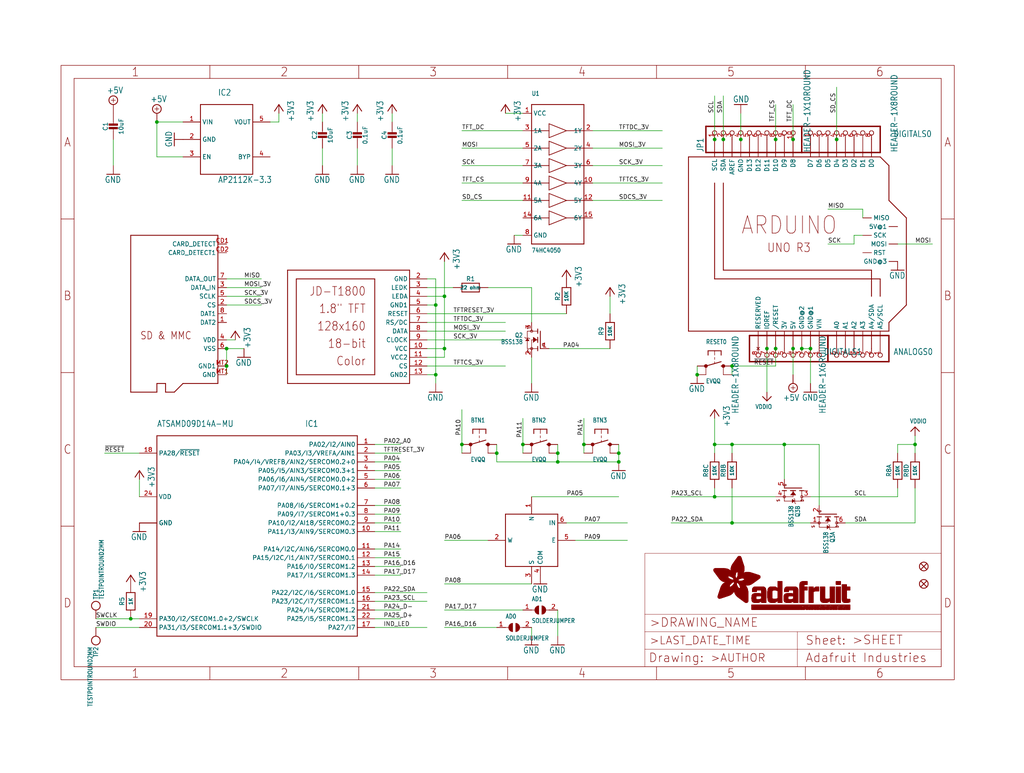
<source format=kicad_sch>
(kicad_sch (version 20211123) (generator eeschema)
  (paper "User" 298.45 225.374)
  (lib_symbols
    (symbol "eagleSchem-eagle-import:+3V3" (power)
      (property "Value" "+3V3" (at -2.54 -5.08 90))
      (symbol "+3V3_1_0"
        (pin power_in line (at 0 -2.54 90) (length 2.54) (name "+3V3") (number "1"))
      )
    )
    (symbol "eagleSchem-eagle-import:+5V" (power)
      (property "Value" "+5V" (at -1.905 3.175 0))
      (symbol "+5V_1_0"
        (pin power_in line (at 0 -2.54 90) (length 2.54) (name "+5V") (number "1"))
      )
    )
    (symbol "eagleSchem-eagle-import:74HC4050DTSSOP"
      (property "Reference" "U" (at -7.62 22.86 0))
      (property "Value" "74HC4050DTSSOP" (at -7.62 -22.86 0))
      (symbol "74HC4050DTSSOP_1_0"
        (pin bidirectional line (at -10.16 17.78 0) (length 2.54) (name "VCC") (number "1"))
        (pin bidirectional line (at 10.16 -2.54 180) (length 2.54) (name "4Y") (number "10"))
        (pin bidirectional line (at -10.16 -7.62 0) (length 2.54) (name "5A") (number "11"))
        (pin bidirectional line (at 10.16 -7.62 180) (length 2.54) (name "5Y") (number "12"))
        (pin bidirectional line (at -10.16 -12.7 0) (length 2.54) (name "6A") (number "14"))
        (pin bidirectional line (at 10.16 -12.7 180) (length 2.54) (name "6Y") (number "15"))
        (pin bidirectional line (at 10.16 12.7 180) (length 2.54) (name "1Y") (number "2"))
        (pin bidirectional line (at -10.16 12.7 0) (length 2.54) (name "1A") (number "3"))
        (pin bidirectional line (at 10.16 7.62 180) (length 2.54) (name "2Y") (number "4"))
        (pin bidirectional line (at -10.16 7.62 0) (length 2.54) (name "2A") (number "5"))
        (pin bidirectional line (at 10.16 2.54 180) (length 2.54) (name "3Y") (number "6"))
        (pin bidirectional line (at -10.16 2.54 0) (length 2.54) (name "3A") (number "7"))
        (pin bidirectional line (at -10.16 -17.78 0) (length 2.54) (name "GND") (number "8"))
        (pin bidirectional line (at -10.16 -2.54 0) (length 2.54) (name "4A") (number "9"))
      )
    )
    (symbol "eagleSchem-eagle-import:ARDUINO_R3_ICSP"
      (symbol "ARDUINO_R3_ICSP_1_0"
        (text "ARDUINO" (at 15.24 27.94 0) (effects (font (size 5.08 4.318)) (justify left bottom)))
        (text "UNO R3" (at 22.86 22.86 0) (effects (font (size 2.54 2.159)) (justify left bottom)))
        (pin power_in line (at 27.94 -5.08 90) (length 5.08) (name "3V") (number "3V"))
        (pin power_in line (at 30.48 -5.08 90) (length 5.08) (name "5V") (number "5V"))
        (pin passive line (at 60.96 30.48 180) (length 2.54) (name "5V@1") (number "5V_ICSP"))
        (pin bidirectional line (at 43.18 -5.08 90) (length 5.08) (name "A0") (number "A0"))
        (pin bidirectional line (at 45.72 -5.08 90) (length 5.08) (name "A1") (number "A1"))
        (pin bidirectional line (at 48.26 -5.08 90) (length 5.08) (name "A2") (number "A2"))
        (pin bidirectional line (at 50.8 -5.08 90) (length 5.08) (name "A3") (number "A3"))
        (pin bidirectional line (at 53.34 -5.08 90) (length 5.08) (name "A4/SDA") (number "A4"))
        (pin bidirectional line (at 55.88 -5.08 90) (length 5.08) (name "A5/SCL") (number "A5"))
        (pin bidirectional line (at 12.7 55.88 270) (length 5.08) (name "AREF") (number "AREF"))
        (pin bidirectional line (at 53.34 55.88 270) (length 5.08) (name "D0") (number "D0"))
        (pin bidirectional line (at 50.8 55.88 270) (length 5.08) (name "D1") (number "D1"))
        (pin bidirectional line (at 25.4 55.88 270) (length 5.08) (name "D10") (number "D10"))
        (pin bidirectional line (at 22.86 55.88 270) (length 5.08) (name "D11") (number "D11"))
        (pin bidirectional line (at 20.32 55.88 270) (length 5.08) (name "D12") (number "D12"))
        (pin bidirectional line (at 17.78 55.88 270) (length 5.08) (name "D13") (number "D13"))
        (pin bidirectional line (at 48.26 55.88 270) (length 5.08) (name "D2") (number "D2"))
        (pin bidirectional line (at 45.72 55.88 270) (length 5.08) (name "D3") (number "D3"))
        (pin bidirectional line (at 43.18 55.88 270) (length 5.08) (name "D4") (number "D4"))
        (pin bidirectional line (at 40.64 55.88 270) (length 5.08) (name "D5") (number "D5"))
        (pin bidirectional line (at 38.1 55.88 270) (length 5.08) (name "D6") (number "D6"))
        (pin bidirectional line (at 35.56 55.88 270) (length 5.08) (name "D7") (number "D7"))
        (pin bidirectional line (at 30.48 55.88 270) (length 5.08) (name "D8") (number "D8"))
        (pin bidirectional line (at 27.94 55.88 270) (length 5.08) (name "D9") (number "D9"))
        (pin power_in line (at 15.24 55.88 270) (length 5.08) (name "GND") (number "GND"))
        (pin power_in line (at 33.02 -5.08 90) (length 5.08) (name "GND@2") (number "GND@1"))
        (pin passive line (at 60.96 20.32 180) (length 2.54) (name "GND@3") (number "GND@2"))
        (pin power_in line (at 35.56 -5.08 90) (length 5.08) (name "GND@1") (number "GND@3"))
        (pin output line (at 22.86 -5.08 90) (length 5.08) (name "IOREF") (number "IOREF"))
        (pin passive line (at 50.8 33.02 0) (length 2.54) (name "MISO") (number "MISO"))
        (pin passive line (at 60.96 25.4 180) (length 2.54) (name "MOSI") (number "MOSI"))
        (pin no_connect line (at 20.32 -5.08 90) (length 5.08) (name "RESERVED") (number "RESERVED"))
        (pin bidirectional line (at 25.4 -5.08 90) (length 5.08) (name "/RESET") (number "RESET"))
        (pin passive line (at 50.8 22.86 0) (length 2.54) (name "RST") (number "RESET_ICSP"))
        (pin passive line (at 50.8 27.94 0) (length 2.54) (name "SCK") (number "SCK"))
        (pin bidirectional line (at 7.62 55.88 270) (length 5.08) (name "SCL") (number "SCL"))
        (pin bidirectional line (at 10.16 55.88 270) (length 5.08) (name "SDA") (number "SDA"))
        (pin power_in line (at 38.1 -5.08 90) (length 5.08) (name "VIN") (number "VIN"))
      )
    )
    (symbol "eagleSchem-eagle-import:ATSAMD09D14A-MU"
      (property "Reference" "IC" (at 12.7 33.02 0))
      (property "Value" "ATSAMD09D14A-MU" (at -30.48 33.02 0))
      (symbol "ATSAMD09D14A-MU_1_0"
        (pin bidirectional line (at 33.02 27.94 180) (length 5.08) (name "PA02/I2/AIN0") (number "1"))
        (pin bidirectional line (at 33.02 2.54 180) (length 5.08) (name "PA11/I3/AIN9/SERCOM0.3") (number "10"))
        (pin bidirectional line (at 33.02 -2.54 180) (length 5.08) (name "PA14/I2C/AIN6/SERCOM0.0") (number "11"))
        (pin bidirectional line (at 33.02 -5.08 180) (length 5.08) (name "PA15/I2C/I1/AIN7/SERCOM0.1") (number "12"))
        (pin bidirectional line (at 33.02 -7.62 180) (length 5.08) (name "PA16/I0/SERCOM1.2") (number "13"))
        (pin bidirectional line (at 33.02 -10.16 180) (length 5.08) (name "PA17/I1/SERCOM1.3") (number "14"))
        (pin bidirectional line (at 33.02 -15.24 180) (length 5.08) (name "PA22/I2C/I6/SERCOM1.0") (number "15"))
        (pin bidirectional line (at 33.02 -17.78 180) (length 5.08) (name "PA23/I2C/I7/SERCOM1.1") (number "16"))
        (pin bidirectional line (at 33.02 -25.4 180) (length 5.08) (name "PA27/I7") (number "17"))
        (pin bidirectional line (at -35.56 25.4 0) (length 5.08) (name "PA28/~{RESET}") (number "18"))
        (pin bidirectional line (at -35.56 -22.86 0) (length 5.08) (name "PA30/I2/SECOM1.0+2/SWCLK") (number "19"))
        (pin bidirectional line (at 33.02 25.4 180) (length 5.08) (name "PA03/I3/VREFA/AIN1") (number "2"))
        (pin bidirectional line (at -35.56 -25.4 0) (length 5.08) (name "PA31/I3/SERCOM1.1+3/SWDIO") (number "20"))
        (pin bidirectional line (at 33.02 -20.32 180) (length 5.08) (name "PA24/I4/SERCOM1.2") (number "21"))
        (pin bidirectional line (at 33.02 -22.86 180) (length 5.08) (name "PA25/I5/SERCOM1.3") (number "22"))
        (pin power_in line (at -35.56 5.08 0) (length 5.08) (name "GND") (number "23"))
        (pin power_in line (at -35.56 12.7 0) (length 5.08) (name "VDD") (number "24"))
        (pin bidirectional line (at 33.02 22.86 180) (length 5.08) (name "PA04/I4/VREFB/AIN2/SERCOM0.2+0") (number "3"))
        (pin bidirectional line (at 33.02 20.32 180) (length 5.08) (name "PA05/I5/AIN3/SERCOM0.3+1") (number "4"))
        (pin bidirectional line (at 33.02 17.78 180) (length 5.08) (name "PA06/I6/AIN4/SERCOM0.0+2") (number "5"))
        (pin bidirectional line (at 33.02 15.24 180) (length 5.08) (name "PA07/I7/AIN5/SERCOM0.1+3") (number "6"))
        (pin bidirectional line (at 33.02 10.16 180) (length 5.08) (name "PA08/I6/SERCOM1+0.2") (number "7"))
        (pin bidirectional line (at 33.02 7.62 180) (length 5.08) (name "PA09/I7/SERCOM1+0.3") (number "8"))
        (pin bidirectional line (at 33.02 5.08 180) (length 5.08) (name "PA10/I2/AI18/SERCOM0.2") (number "9"))
        (pin power_in line (at -35.56 5.08 0) (length 5.08) (name "GND") (number "THERM"))
      )
    )
    (symbol "eagleSchem-eagle-import:CAP_CERAMIC0805-NOOUTLINE"
      (property "Reference" "C" (at -2.29 1.25 90))
      (property "Value" "CAP_CERAMIC0805-NOOUTLINE" (at 2.3 1.25 90))
      (symbol "CAP_CERAMIC0805-NOOUTLINE_1_0"
        (pin passive line (at 0 5.08 270) (length 2.54) (name "1") (number "1"))
        (pin passive line (at 0 -2.54 90) (length 2.54) (name "2") (number "2"))
      )
    )
    (symbol "eagleSchem-eagle-import:DISP_LCD_JDT1800"
      (symbol "DISP_LCD_JDT1800_1_0"
        (text "1.8\" TFT" (at -5.08 5.08 0) (effects (font (size 2.54 2.159)) (justify left bottom)))
        (text "128x160" (at -5.08 0 0) (effects (font (size 2.54 2.159)) (justify left bottom)))
        (text "18-bit" (at -5.08 -5.08 0) (effects (font (size 2.54 2.159)) (justify left bottom)))
        (text "Color" (at -5.08 -10.16 0) (effects (font (size 2.54 2.159)) (justify left bottom)))
        (text "JD-T1800" (at -5.08 10.16 0) (effects (font (size 2.54 2.159)) (justify left bottom)))
        (pin power_in line (at -22.86 -5.08 0) (length 5.08) (name "VCC") (number "10"))
        (pin power_in line (at -22.86 -7.62 0) (length 5.08) (name "VCC2") (number "11"))
        (pin input line (at -22.86 -10.16 0) (length 5.08) (name "CS") (number "12"))
        (pin power_in line (at -22.86 -12.7 0) (length 5.08) (name "GND2") (number "13"))
        (pin power_in line (at -22.86 15.24 0) (length 5.08) (name "GND") (number "2"))
        (pin input line (at -22.86 12.7 0) (length 5.08) (name "LEDK") (number "3"))
        (pin input line (at -22.86 10.16 0) (length 5.08) (name "LEDA") (number "4"))
        (pin power_in line (at -22.86 7.62 0) (length 5.08) (name "GND1") (number "5"))
        (pin input line (at -22.86 5.08 0) (length 5.08) (name "RESET") (number "6"))
        (pin input line (at -22.86 2.54 0) (length 5.08) (name "RS/DC") (number "7"))
        (pin bidirectional line (at -22.86 0 0) (length 5.08) (name "DATA") (number "8"))
        (pin input line (at -22.86 -2.54 0) (length 5.08) (name "CLOCK") (number "9"))
      )
    )
    (symbol "eagleSchem-eagle-import:FIDUCIAL_1MM")
    (symbol "eagleSchem-eagle-import:FRAME_A4_ADAFRUIT"
      (symbol "FRAME_A4_ADAFRUIT_0_0"
        (text "1" (at 21.6958 1.905 0) (effects (font (size 2.54 2.286))))
        (text "1" (at 21.6958 177.165 0) (effects (font (size 2.54 2.286))))
        (text "2" (at 65.0875 1.905 0) (effects (font (size 2.54 2.286))))
        (text "2" (at 65.0875 177.165 0) (effects (font (size 2.54 2.286))))
        (text "3" (at 108.4792 1.905 0) (effects (font (size 2.54 2.286))))
        (text "3" (at 108.4792 177.165 0) (effects (font (size 2.54 2.286))))
        (text "4" (at 151.8708 1.905 0) (effects (font (size 2.54 2.286))))
        (text "4" (at 151.8708 177.165 0) (effects (font (size 2.54 2.286))))
        (text "5" (at 195.2625 1.905 0) (effects (font (size 2.54 2.286))))
        (text "5" (at 195.2625 177.165 0) (effects (font (size 2.54 2.286))))
        (text "6" (at 238.6542 1.905 0) (effects (font (size 2.54 2.286))))
        (text "6" (at 238.6542 177.165 0) (effects (font (size 2.54 2.286))))
        (text "A" (at 1.905 156.6863 0) (effects (font (size 2.54 2.286))))
        (text "A" (at 258.445 156.6863 0) (effects (font (size 2.54 2.286))))
        (text "B" (at 1.905 111.9188 0) (effects (font (size 2.54 2.286))))
        (text "B" (at 258.445 111.9188 0) (effects (font (size 2.54 2.286))))
        (text "C" (at 1.905 67.1513 0) (effects (font (size 2.54 2.286))))
        (text "C" (at 258.445 67.1513 0) (effects (font (size 2.54 2.286))))
        (text "D" (at 1.905 22.3838 0) (effects (font (size 2.54 2.286))))
        (text "D" (at 258.445 22.3838 0) (effects (font (size 2.54 2.286))))
      )
      (symbol "FRAME_A4_ADAFRUIT_1_0"
        (text ">AUTHOR" (at 189.23 5.08 0) (effects (font (size 2.286 2.286)) (justify left bottom)))
        (text ">DRAWING_NAME" (at 171.45 15.24 0) (effects (font (size 2.54 2.54)) (justify left bottom)))
        (text ">LAST_DATE_TIME" (at 171.45 10.16 0) (effects (font (size 2.286 2.286)) (justify left bottom)))
        (text ">SHEET" (at 230.505 10.16 0) (effects (font (size 2.54 2.54)) (justify left bottom)))
        (text "Adafruit Industries" (at 216.916 4.953 0) (effects (font (size 2.54 2.54)) (justify left bottom)))
        (text "Drawing:" (at 171.196 4.953 0) (effects (font (size 2.54 2.54)) (justify left bottom)))
        (text "Sheet:" (at 216.916 10.033 0) (effects (font (size 2.54 2.54)) (justify left bottom)))
      )
    )
    (symbol "eagleSchem-eagle-import:GND" (power)
      (property "Value" "GND" (at -2.54 -2.54 0))
      (symbol "GND_1_0"
        (pin power_in line (at 0 2.54 270) (length 2.54) (name "GND") (number "1"))
      )
    )
    (symbol "eagleSchem-eagle-import:HEADER-1X10ROUND"
      (property "Reference" "JP" (at -6.35 13.335 0))
      (property "Value" "HEADER-1X10ROUND" (at -6.35 -17.78 0))
      (symbol "HEADER-1X10ROUND_1_0"
        (pin passive inverted (at -2.54 10.16 0) (length 2.54) (name "1") (number "1"))
        (pin passive inverted (at -2.54 -12.7 0) (length 2.54) (name "10") (number "10"))
        (pin passive inverted (at -2.54 7.62 0) (length 2.54) (name "2") (number "2"))
        (pin passive inverted (at -2.54 5.08 0) (length 2.54) (name "3") (number "3"))
        (pin passive inverted (at -2.54 2.54 0) (length 2.54) (name "4") (number "4"))
        (pin passive inverted (at -2.54 0 0) (length 2.54) (name "5") (number "5"))
        (pin passive inverted (at -2.54 -2.54 0) (length 2.54) (name "6") (number "6"))
        (pin passive inverted (at -2.54 -5.08 0) (length 2.54) (name "7") (number "7"))
        (pin passive inverted (at -2.54 -7.62 0) (length 2.54) (name "8") (number "8"))
        (pin passive inverted (at -2.54 -10.16 0) (length 2.54) (name "9") (number "9"))
      )
    )
    (symbol "eagleSchem-eagle-import:HEADER-1X6ROUND"
      (property "Reference" "JP" (at -6.35 10.795 0))
      (property "Value" "HEADER-1X6ROUND" (at -6.35 -10.16 0))
      (symbol "HEADER-1X6ROUND_1_0"
        (pin passive inverted (at -2.54 7.62 0) (length 2.54) (name "1") (number "1"))
        (pin passive inverted (at -2.54 5.08 0) (length 2.54) (name "2") (number "2"))
        (pin passive inverted (at -2.54 2.54 0) (length 2.54) (name "3") (number "3"))
        (pin passive inverted (at -2.54 0 0) (length 2.54) (name "4") (number "4"))
        (pin passive inverted (at -2.54 -2.54 0) (length 2.54) (name "5") (number "5"))
        (pin passive inverted (at -2.54 -5.08 0) (length 2.54) (name "6") (number "6"))
      )
    )
    (symbol "eagleSchem-eagle-import:HEADER-1X8ROUND"
      (property "Reference" "JP" (at -6.35 13.335 0))
      (property "Value" "HEADER-1X8ROUND" (at -6.35 -12.7 0))
      (symbol "HEADER-1X8ROUND_1_0"
        (pin passive inverted (at -2.54 10.16 0) (length 2.54) (name "1") (number "1"))
        (pin passive inverted (at -2.54 7.62 0) (length 2.54) (name "2") (number "2"))
        (pin passive inverted (at -2.54 5.08 0) (length 2.54) (name "3") (number "3"))
        (pin passive inverted (at -2.54 2.54 0) (length 2.54) (name "4") (number "4"))
        (pin passive inverted (at -2.54 0 0) (length 2.54) (name "5") (number "5"))
        (pin passive inverted (at -2.54 -2.54 0) (length 2.54) (name "6") (number "6"))
        (pin passive inverted (at -2.54 -5.08 0) (length 2.54) (name "7") (number "7"))
        (pin passive inverted (at -2.54 -7.62 0) (length 2.54) (name "8") (number "8"))
      )
    )
    (symbol "eagleSchem-eagle-import:LP298XS"
      (property "Reference" "IC" (at -12.7 -5.08 90))
      (property "Value" "LP298XS" (at 12.7 -5.08 90))
      (symbol "LP298XS_1_0"
        (pin bidirectional line (at -5.08 -15.24 90) (length 5.08) (name "VIN") (number "1"))
        (pin bidirectional line (at 0 -15.24 90) (length 5.08) (name "GND") (number "2"))
        (pin bidirectional line (at 5.08 -15.24 90) (length 5.08) (name "EN") (number "3"))
        (pin bidirectional line (at 5.08 10.16 270) (length 5.08) (name "BYP") (number "4"))
        (pin bidirectional line (at -5.08 10.16 270) (length 5.08) (name "VOUT") (number "5"))
      )
    )
    (symbol "eagleSchem-eagle-import:MICROSD"
      (symbol "MICROSD_1_0"
        (text "SD & MMC" (at -7.62 -10.16 0) (effects (font (size 2.1844 1.8567)) (justify left bottom)))
        (pin bidirectional line (at -17.78 -5.08 0) (length 2.54) (name "DAT2") (number "1"))
        (pin input line (at -17.78 0 0) (length 2.54) (name "CS") (number "2"))
        (pin input line (at -17.78 5.08 0) (length 2.54) (name "DATA_IN") (number "3"))
        (pin power_in line (at -17.78 -10.16 0) (length 2.54) (name "VDD") (number "4"))
        (pin input line (at -17.78 2.54 0) (length 2.54) (name "SCLK") (number "5"))
        (pin power_in line (at -17.78 -12.7 0) (length 2.54) (name "VSS") (number "6"))
        (pin output line (at -17.78 7.62 0) (length 2.54) (name "DATA_OUT") (number "7"))
        (pin bidirectional line (at -17.78 -2.54 0) (length 2.54) (name "DAT1") (number "8"))
        (pin passive line (at -17.78 17.78 0) (length 2.54) (name "CARD_DETECT") (number "CD1"))
        (pin passive line (at -17.78 15.24 0) (length 2.54) (name "CARD_DETECT1") (number "CD2"))
        (pin power_in line (at -17.78 -20.32 0) (length 2.54) (name "GND") (number "MT1"))
        (pin power_in line (at -17.78 -17.78 0) (length 2.54) (name "GND1") (number "MT2"))
      )
    )
    (symbol "eagleSchem-eagle-import:MOSFET-NWIDE"
      (property "Reference" "Q" (at 5.08 0.635 0))
      (property "Value" "MOSFET-NWIDE" (at 5.08 -1.27 0))
      (symbol "MOSFET-NWIDE_1_0"
        (text "D" (at 3.175 3.175 0) (effects (font (size 0.8128 0.6908)) (justify left bottom)))
        (text "G" (at -1.27 -1.905 0) (effects (font (size 0.8128 0.6908)) (justify left bottom)))
        (text "S" (at 3.175 -3.81 0) (effects (font (size 0.8128 0.6908)) (justify left bottom)))
        (pin bidirectional line (at -2.54 -2.54 0) (length 2.54) (name "G") (number "1"))
        (pin bidirectional line (at 2.54 -5.08 90) (length 2.54) (name "S") (number "2"))
        (pin bidirectional line (at 2.54 5.08 270) (length 2.54) (name "D") (number "3"))
      )
    )
    (symbol "eagleSchem-eagle-import:MOSFET-N_DUAL"
      (property "Reference" "Q" (at 5.08 0.635 0))
      (property "Value" "MOSFET-N_DUAL" (at 5.08 -1.27 0))
      (symbol "MOSFET-N_DUAL_1_0"
        (text "D" (at 3.175 3.175 0) (effects (font (size 0.8128 0.6908)) (justify left bottom)))
        (text "G" (at -1.27 -1.905 0) (effects (font (size 0.8128 0.6908)) (justify left bottom)))
        (text "S" (at 3.175 -3.81 0) (effects (font (size 0.8128 0.6908)) (justify left bottom)))
        (pin bidirectional line (at 2.54 -5.08 90) (length 2.54) (name "S") (number "1"))
        (pin bidirectional line (at -2.54 -2.54 0) (length 2.54) (name "G") (number "2"))
        (pin bidirectional line (at 2.54 5.08 270) (length 2.54) (name "D") (number "6"))
      )
      (symbol "MOSFET-N_DUAL_2_0"
        (text "D" (at 3.175 3.175 0) (effects (font (size 0.8128 0.6908)) (justify left bottom)))
        (text "G" (at -1.27 -1.905 0) (effects (font (size 0.8128 0.6908)) (justify left bottom)))
        (text "S" (at 3.175 -3.81 0) (effects (font (size 0.8128 0.6908)) (justify left bottom)))
        (pin bidirectional line (at 2.54 5.08 270) (length 2.54) (name "D") (number "3"))
        (pin bidirectional line (at 2.54 -5.08 90) (length 2.54) (name "S") (number "4"))
        (pin bidirectional line (at -2.54 -2.54 0) (length 2.54) (name "G") (number "5"))
      )
    )
    (symbol "eagleSchem-eagle-import:NAVSWITCHSKQUABAUE010"
      (symbol "NAVSWITCHSKQUABAUE010_1_0"
        (pin bidirectional line (at 0 12.7 270) (length 5.08) (name "N") (number "1"))
        (pin bidirectional line (at -12.7 0 0) (length 5.08) (name "W") (number "2"))
        (pin bidirectional line (at 0 -12.7 90) (length 5.08) (name "S") (number "3"))
        (pin bidirectional line (at 2.54 -10.16 90) (length 2.54) (name "COM") (number "4"))
        (pin bidirectional line (at 12.7 0 180) (length 5.08) (name "E") (number "5"))
        (pin bidirectional line (at 10.16 5.08 180) (length 2.54) (name "IN") (number "6"))
      )
    )
    (symbol "eagleSchem-eagle-import:RESISTOR0805_NOOUTLINE"
      (property "Reference" "R" (at 0 2.54 0))
      (property "Value" "RESISTOR0805_NOOUTLINE" (at 0 0 0))
      (symbol "RESISTOR0805_NOOUTLINE_1_0"
        (pin passive line (at -5.08 0 0) (length 2.54) (name "1") (number "1"))
        (pin passive line (at 5.08 0 180) (length 2.54) (name "2") (number "2"))
      )
    )
    (symbol "eagleSchem-eagle-import:RESISTOR_4PACK_NO"
      (property "Reference" "R" (at 0 2.54 0))
      (property "Value" "RESISTOR_4PACK_NO" (at 0 0 0))
      (symbol "RESISTOR_4PACK_NO_1_0"
        (pin passive line (at -5.08 0 0) (length 2.54) (name "1") (number "1"))
        (pin passive line (at 5.08 0 180) (length 2.54) (name "2") (number "8"))
      )
      (symbol "RESISTOR_4PACK_NO_2_0"
        (pin passive line (at -5.08 0 0) (length 2.54) (name "1") (number "2"))
        (pin passive line (at 5.08 0 180) (length 2.54) (name "2") (number "7"))
      )
      (symbol "RESISTOR_4PACK_NO_3_0"
        (pin passive line (at -5.08 0 0) (length 2.54) (name "1") (number "3"))
        (pin passive line (at 5.08 0 180) (length 2.54) (name "2") (number "6"))
      )
      (symbol "RESISTOR_4PACK_NO_4_0"
        (pin passive line (at -5.08 0 0) (length 2.54) (name "1") (number "4"))
        (pin passive line (at 5.08 0 180) (length 2.54) (name "2") (number "5"))
      )
    )
    (symbol "eagleSchem-eagle-import:SOLDERJUMPER"
      (property "Reference" "SJ" (at -2.54 2.54 0))
      (property "Value" "SOLDERJUMPER" (at -2.54 -3.81 0))
      (symbol "SOLDERJUMPER_1_0"
        (pin passive line (at -5.08 0 0) (length 2.54) (name "1") (number "1"))
        (pin passive line (at 5.08 0 180) (length 2.54) (name "2") (number "2"))
      )
    )
    (symbol "eagleSchem-eagle-import:SWITCH_TACT_SMT_EVQQ2_SMALL"
      (property "Reference" "SW" (at -2.54 6.35 0))
      (property "Value" "SWITCH_TACT_SMT_EVQQ2_SMALL" (at -2.54 -5.08 0))
      (symbol "SWITCH_TACT_SMT_EVQQ2_SMALL_1_0"
        (pin passive line (at -5.08 0 0) (length 2.54) (name "P") (number "A"))
        (pin passive line (at -5.08 -2.54 0) (length 2.54) (name "P1") (number "A'"))
        (pin passive line (at 5.08 0 180) (length 2.54) (name "S") (number "B"))
        (pin passive line (at 5.08 -2.54 180) (length 2.54) (name "S1") (number "B'"))
      )
    )
    (symbol "eagleSchem-eagle-import:TESTPOINTROUND2MM"
      (property "Reference" "TP" (at 0 5.588 90))
      (property "Value" "TESTPOINTROUND2MM" (at 1.651 5.588 90))
      (symbol "TESTPOINTROUND2MM_1_0"
        (pin bidirectional line (at 0 0 90) (length 2.54) (name "P$1") (number "P$1"))
      )
    )
    (symbol "eagleSchem-eagle-import:VDDIO" (power)
      (property "Value" "VDDIO" (at -1.524 1.016 0))
      (symbol "VDDIO_1_0"
        (pin power_in line (at 0 -2.54 90) (length 2.54) (name "VDDIO") (number "1"))
      )
    )
  )
  (junction (at 129.54 101.6))
  (junction (at 180.34 132.08))
  (junction (at 233.68 101.6))
  (junction (at 66.04 101.6))
  (junction (at 38.1 180.34))
  (junction (at 162.56 132.08))
  (junction (at 236.22 101.6))
  (junction (at 231.14 101.6))
  (junction (at 266.7 129.54))
  (junction (at 215.9 40.64))
  (junction (at 203.2 109.22))
  (junction (at 223.52 101.6))
  (junction (at 243.84 40.64))
  (junction (at 162.56 134.62))
  (junction (at 226.06 101.6))
  (junction (at 213.36 129.54))
  (junction (at 127 88.9))
  (junction (at 144.78 132.08))
  (junction (at 208.28 40.64))
  (junction (at 134.62 129.54))
  (junction (at 170.18 129.54))
  (junction (at 226.06 40.64))
  (junction (at 228.6 129.54))
  (junction (at 152.4 129.54))
  (junction (at 210.82 40.64))
  (junction (at 231.14 40.64))
  (junction (at 127 109.22))
  (junction (at 208.28 129.54))
  (junction (at 213.36 106.68))
  (junction (at 213.36 152.4))
  (junction (at 45.72 35.56))
  (junction (at 66.04 106.68))
  (junction (at 208.28 144.78))
  (junction (at 180.34 134.62))
  (junction (at 129.54 86.36))
  (wire (pts (xy 213.36 152.4) (xy 213.36 142.24)))
  (wire (pts (xy 231.14 40.64) (xy 231.14 30.48)))
  (wire (pts (xy 129.54 104.14) (xy 124.46 104.14)))
  (wire (pts (xy 180.34 132.08) (xy 180.34 129.54)))
  (wire (pts (xy 147.32 96.52) (xy 124.46 96.52)))
  (wire (pts (xy 213.36 109.22) (xy 213.36 106.68)))
  (wire (pts (xy 127 111.76) (xy 127 109.22)))
  (wire (pts (xy 172.72 48.26) (xy 193.04 48.26)))
  (wire (pts (xy 53.34 45.72) (xy 45.72 45.72)))
  (wire (pts (xy 76.2 88.9) (xy 66.04 88.9)))
  (wire (pts (xy 266.7 129.54) (xy 266.7 127)))
  (wire (pts (xy 236.22 111.76) (xy 236.22 101.6)))
  (wire (pts (xy 76.2 83.82) (xy 66.04 83.82)))
  (wire (pts (xy 40.64 132.08) (xy 30.48 132.08)))
  (wire (pts (xy 129.54 182.88) (xy 144.78 182.88)))
  (wire (pts (xy 180.34 134.62) (xy 180.34 132.08)))
  (wire (pts (xy 129.54 101.6) (xy 124.46 101.6)))
  (wire (pts (xy 124.46 83.82) (xy 132.08 83.82)))
  (wire (pts (xy 129.54 101.6) (xy 129.54 86.36)))
  (wire (pts (xy 45.72 45.72) (xy 45.72 35.56)))
  (wire (pts (xy 144.78 129.54) (xy 144.78 132.08)))
  (wire (pts (xy 251.46 68.58) (xy 248.92 68.58)))
  (wire (pts (xy 71.12 101.6) (xy 66.04 101.6)))
  (wire (pts (xy 81.28 35.56) (xy 78.74 35.56)))
  (wire (pts (xy 144.78 132.08) (xy 144.78 134.62)))
  (wire (pts (xy 236.22 144.78) (xy 261.62 144.78)))
  (wire (pts (xy 236.22 152.4) (xy 213.36 152.4)))
  (wire (pts (xy 208.28 129.54) (xy 208.28 132.08)))
  (wire (pts (xy 27.94 180.34) (xy 38.1 180.34)))
  (wire (pts (xy 104.14 33.02) (xy 104.14 35.56)))
  (wire (pts (xy 154.94 182.88) (xy 154.94 185.42)))
  (wire (pts (xy 162.56 134.62) (xy 162.56 132.08)))
  (wire (pts (xy 261.62 71.12) (xy 271.78 71.12)))
  (wire (pts (xy 144.78 134.62) (xy 162.56 134.62)))
  (wire (pts (xy 233.68 101.6) (xy 236.22 101.6)))
  (wire (pts (xy 109.22 175.26) (xy 124.46 175.26)))
  (wire (pts (xy 165.1 152.4) (xy 182.88 152.4)))
  (wire (pts (xy 104.14 48.26) (xy 104.14 43.18)))
  (wire (pts (xy 38.1 180.34) (xy 40.64 180.34)))
  (wire (pts (xy 152.4 129.54) (xy 152.4 132.08)))
  (wire (pts (xy 109.22 129.54) (xy 116.84 129.54)))
  (wire (pts (xy 129.54 104.14) (xy 129.54 101.6)))
  (wire (pts (xy 266.7 152.4) (xy 266.7 142.24)))
  (wire (pts (xy 81.28 33.02) (xy 81.28 35.56)))
  (wire (pts (xy 127 81.28) (xy 127 88.9)))
  (wire (pts (xy 76.2 86.36) (xy 66.04 86.36)))
  (wire (pts (xy 208.28 27.94) (xy 208.28 40.64)))
  (wire (pts (xy 152.4 48.26) (xy 134.62 48.26)))
  (wire (pts (xy 127 88.9) (xy 127 109.22)))
  (wire (pts (xy 208.28 121.92) (xy 208.28 129.54)))
  (wire (pts (xy 208.28 129.54) (xy 213.36 129.54)))
  (wire (pts (xy 208.28 144.78) (xy 208.28 142.24)))
  (wire (pts (xy 223.52 114.3) (xy 223.52 101.6)))
  (wire (pts (xy 167.64 157.48) (xy 182.88 157.48)))
  (wire (pts (xy 210.82 40.64) (xy 210.82 27.94)))
  (wire (pts (xy 147.32 106.68) (xy 124.46 106.68)))
  (wire (pts (xy 147.32 99.06) (xy 124.46 99.06)))
  (wire (pts (xy 116.84 162.56) (xy 109.22 162.56)))
  (wire (pts (xy 134.62 53.34) (xy 152.4 53.34)))
  (wire (pts (xy 129.54 76.2) (xy 129.54 86.36)))
  (wire (pts (xy 203.2 106.68) (xy 203.2 109.22)))
  (wire (pts (xy 116.84 180.34) (xy 109.22 180.34)))
  (wire (pts (xy 109.22 147.32) (xy 116.84 147.32)))
  (wire (pts (xy 248.92 68.58) (xy 248.92 71.12)))
  (wire (pts (xy 109.22 139.7) (xy 116.84 139.7)))
  (wire (pts (xy 114.3 48.26) (xy 114.3 43.18)))
  (wire (pts (xy 172.72 43.18) (xy 193.04 43.18)))
  (wire (pts (xy 177.8 86.36) (xy 177.8 91.44)))
  (wire (pts (xy 134.62 129.54) (xy 134.62 132.08)))
  (wire (pts (xy 109.22 152.4) (xy 116.84 152.4)))
  (wire (pts (xy 243.84 40.64) (xy 243.84 25.4)))
  (wire (pts (xy 238.76 147.32) (xy 238.76 129.54)))
  (wire (pts (xy 116.84 142.24) (xy 109.22 142.24)))
  (wire (pts (xy 170.18 121.92) (xy 170.18 129.54)))
  (wire (pts (xy 116.84 167.64) (xy 109.22 167.64)))
  (wire (pts (xy 162.56 132.08) (xy 162.56 129.54)))
  (wire (pts (xy 193.04 53.34) (xy 172.72 53.34)))
  (wire (pts (xy 109.22 172.72) (xy 124.46 172.72)))
  (wire (pts (xy 129.54 86.36) (xy 124.46 86.36)))
  (wire (pts (xy 109.22 160.02) (xy 116.84 160.02)))
  (wire (pts (xy 213.36 152.4) (xy 195.58 152.4)))
  (wire (pts (xy 152.4 38.1) (xy 134.62 38.1)))
  (wire (pts (xy 251.46 60.96) (xy 241.3 60.96)))
  (wire (pts (xy 154.94 104.14) (xy 154.94 111.76)))
  (wire (pts (xy 208.28 144.78) (xy 226.06 144.78)))
  (wire (pts (xy 142.24 157.48) (xy 129.54 157.48)))
  (wire (pts (xy 172.72 38.1) (xy 193.04 38.1)))
  (wire (pts (xy 208.28 144.78) (xy 195.58 144.78)))
  (wire (pts (xy 127 81.28) (xy 124.46 81.28)))
  (wire (pts (xy 154.94 144.78) (xy 180.34 144.78)))
  (wire (pts (xy 147.32 33.02) (xy 152.4 33.02)))
  (wire (pts (xy 66.04 106.68) (xy 66.04 101.6)))
  (wire (pts (xy 213.36 106.68) (xy 226.06 106.68)))
  (wire (pts (xy 231.14 109.22) (xy 231.14 101.6)))
  (wire (pts (xy 109.22 165.1) (xy 116.84 165.1)))
  (wire (pts (xy 149.86 68.58) (xy 152.4 68.58)))
  (wire (pts (xy 251.46 63.5) (xy 251.46 60.96)))
  (wire (pts (xy 114.3 33.02) (xy 114.3 35.56)))
  (wire (pts (xy 213.36 129.54) (xy 228.6 129.54)))
  (wire (pts (xy 68.58 99.06) (xy 66.04 99.06)))
  (wire (pts (xy 116.84 137.16) (xy 109.22 137.16)))
  (wire (pts (xy 170.18 129.54) (xy 170.18 132.08)))
  (wire (pts (xy 152.4 121.92) (xy 152.4 129.54)))
  (wire (pts (xy 228.6 139.7) (xy 228.6 129.54)))
  (wire (pts (xy 154.94 83.82) (xy 154.94 93.98)))
  (wire (pts (xy 109.22 177.8) (xy 116.84 177.8)))
  (wire (pts (xy 66.04 81.28) (xy 76.2 81.28)))
  (wire (pts (xy 109.22 134.62) (xy 116.84 134.62)))
  (wire (pts (xy 226.06 40.64) (xy 226.06 30.48)))
  (wire (pts (xy 228.6 129.54) (xy 238.76 129.54)))
  (wire (pts (xy 160.02 101.6) (xy 177.8 101.6)))
  (wire (pts (xy 127 88.9) (xy 124.46 88.9)))
  (wire (pts (xy 142.24 83.82) (xy 154.94 83.82)))
  (wire (pts (xy 261.62 144.78) (xy 261.62 142.24)))
  (wire (pts (xy 215.9 33.02) (xy 215.9 40.64)))
  (wire (pts (xy 134.62 129.54) (xy 134.62 119.38)))
  (wire (pts (xy 152.4 58.42) (xy 134.62 58.42)))
  (wire (pts (xy 40.64 182.88) (xy 27.94 182.88)))
  (wire (pts (xy 116.84 149.86) (xy 109.22 149.86)))
  (wire (pts (xy 162.56 134.62) (xy 180.34 134.62)))
  (wire (pts (xy 226.06 106.68) (xy 226.06 101.6)))
  (wire (pts (xy 33.02 40.64) (xy 33.02 48.26)))
  (wire (pts (xy 40.64 139.7) (xy 40.64 144.78)))
  (wire (pts (xy 162.56 177.8) (xy 162.56 185.42)))
  (wire (pts (xy 172.72 58.42) (xy 193.04 58.42)))
  (wire (pts (xy 124.46 182.88) (xy 109.22 182.88)))
  (wire (pts (xy 45.72 35.56) (xy 53.34 35.56)))
  (wire (pts (xy 93.98 48.26) (xy 93.98 43.18)))
  (wire (pts (xy 134.62 43.18) (xy 152.4 43.18)))
  (wire (pts (xy 266.7 132.08) (xy 266.7 129.54)))
  (wire (pts (xy 213.36 132.08) (xy 213.36 129.54)))
  (wire (pts (xy 116.84 154.94) (xy 109.22 154.94)))
  (wire (pts (xy 246.38 152.4) (xy 266.7 152.4)))
  (wire (pts (xy 93.98 33.02) (xy 93.98 35.56)))
  (wire (pts (xy 127 109.22) (xy 124.46 109.22)))
  (wire (pts (xy 147.32 93.98) (xy 124.46 93.98)))
  (wire (pts (xy 66.04 109.22) (xy 66.04 106.68)))
  (wire (pts (xy 248.92 71.12) (xy 241.3 71.12)))
  (wire (pts (xy 154.94 170.18) (xy 129.54 170.18)))
  (wire (pts (xy 129.54 177.8) (xy 152.4 177.8)))
  (wire (pts (xy 261.62 129.54) (xy 266.7 129.54)))
  (wire (pts (xy 261.62 132.08) (xy 261.62 129.54)))
  (wire (pts (xy 165.1 91.44) (xy 124.46 91.44)))
  (wire (pts (xy 116.84 132.08) (xy 109.22 132.08)))
  (label "PA06" (at 129.54 157.48 0) (effects (font (size 1.2446 1.2446))))
  (label "PA06" (at 111.76 139.7 0) (effects (font (size 1.2446 1.2446))))
  (label "PA04" (at 168.91 101.6 180) (effects (font (size 1.2446 1.2446))))
  (label "TFTDC_3V" (at 132.08 93.98 0) (effects (font (size 1.2446 1.2446))))
  (label "TFTCS_3V" (at 132.08 106.68 0) (effects (font (size 1.2446 1.2446))))
  (label "PA10" (at 111.76 152.4 0) (effects (font (size 1.2446 1.2446))))
  (label "TFT_DC" (at 134.62 38.1 0) (effects (font (size 1.2446 1.2446))))
  (label "TFT_CS" (at 134.62 53.34 0) (effects (font (size 1.2446 1.2446))))
  (label "SCK_3V" (at 132.08 99.06 0) (effects (font (size 1.2446 1.2446))))
  (label "SD_CS" (at 134.62 58.42 0) (effects (font (size 1.2446 1.2446))))
  (label "SD_CS" (at 243.84 33.02 90) (effects (font (size 1.2446 1.2446))))
  (label "PA14" (at 111.76 160.02 0) (effects (font (size 1.2446 1.2446))))
  (label "MOSI" (at 266.7 71.12 0) (effects (font (size 1.2446 1.2446))))
  (label "PA24_D-" (at 111.76 177.8 0) (effects (font (size 1.2446 1.2446))))
  (label "IND_LED" (at 111.76 182.88 0) (effects (font (size 1.2446 1.2446))))
  (label "TFTCS_3V" (at 180.34 53.34 0) (effects (font (size 1.2446 1.2446))))
  (label "TFTDC_3V" (at 180.34 38.1 0) (effects (font (size 1.2446 1.2446))))
  (label "PA08" (at 111.76 147.32 0) (effects (font (size 1.2446 1.2446))))
  (label "SCK" (at 241.3 71.12 0) (effects (font (size 1.2446 1.2446))))
  (label "TFT_DC" (at 231.14 35.56 90) (effects (font (size 1.2446 1.2446))))
  (label "PA22_SDA" (at 195.58 152.4 0) (effects (font (size 1.2446 1.2446))))
  (label "PA07" (at 170.18 152.4 0) (effects (font (size 1.2446 1.2446))))
  (label "PA07" (at 111.76 142.24 0) (effects (font (size 1.2446 1.2446))))
  (label "SDA" (at 210.82 33.02 90) (effects (font (size 1.2446 1.2446))))
  (label "~{RESET}" (at 219.71 106.68 0) (effects (font (size 1.2446 1.2446))))
  (label "SCL" (at 208.28 33.02 90) (effects (font (size 1.2446 1.2446))))
  (label "PA17_D17" (at 129.54 177.8 0) (effects (font (size 1.2446 1.2446))))
  (label "~{RESET}" (at 30.48 132.08 0) (effects (font (size 1.2446 1.2446))))
  (label "PA08" (at 129.54 170.18 0) (effects (font (size 1.2446 1.2446))))
  (label "PA11" (at 152.4 127.635 90) (effects (font (size 1.2446 1.2446))))
  (label "MISO" (at 241.3 60.96 0) (effects (font (size 1.2446 1.2446))))
  (label "PA23_SCL" (at 195.58 144.78 0) (effects (font (size 1.2446 1.2446))))
  (label "PA15" (at 111.76 162.56 0) (effects (font (size 1.2446 1.2446))))
  (label "SDCS_3V" (at 180.34 58.42 0) (effects (font (size 1.2446 1.2446))))
  (label "SDCS_3V" (at 71.12 88.9 0) (effects (font (size 1.2446 1.2446))))
  (label "PA05" (at 165.1 144.78 0) (effects (font (size 1.2446 1.2446))))
  (label "MISO" (at 71.12 81.28 0) (effects (font (size 1.2446 1.2446))))
  (label "PA22_SDA" (at 111.76 172.72 0) (effects (font (size 1.2446 1.2446))))
  (label "PA16_D16" (at 129.54 182.88 0) (effects (font (size 1.2446 1.2446))))
  (label "SCK" (at 134.62 48.26 0) (effects (font (size 1.2446 1.2446))))
  (label "PA05" (at 111.76 137.16 0) (effects (font (size 1.2446 1.2446))))
  (label "PA04" (at 111.76 134.62 0) (effects (font (size 1.2446 1.2446))))
  (label "PA02_A0" (at 111.76 129.54 0) (effects (font (size 1.2446 1.2446))))
  (label "PA10" (at 134.62 127 90) (effects (font (size 1.2446 1.2446))))
  (label "TFTRESET_3V" (at 132.08 91.44 0) (effects (font (size 1.2446 1.2446))))
  (label "PA09" (at 111.76 149.86 0) (effects (font (size 1.2446 1.2446))))
  (label "SCK_3V" (at 71.12 86.36 0) (effects (font (size 1.2446 1.2446))))
  (label "SWDIO" (at 27.94 182.88 0) (effects (font (size 1.2446 1.2446))))
  (label "PA25_D+" (at 111.76 180.34 0) (effects (font (size 1.2446 1.2446))))
  (label "MOSI_3V" (at 71.12 83.82 0) (effects (font (size 1.2446 1.2446))))
  (label "TFTRESET_3V" (at 111.76 132.08 0) (effects (font (size 1.2446 1.2446))))
  (label "PA16_D16" (at 111.76 165.1 0) (effects (font (size 1.2446 1.2446))))
  (label "PA14" (at 170.18 127 90) (effects (font (size 1.2446 1.2446))))
  (label "MOSI" (at 134.62 43.18 0) (effects (font (size 1.2446 1.2446))))
  (label "TFT_CS" (at 226.06 35.56 90) (effects (font (size 1.2446 1.2446))))
  (label "SWCLK" (at 27.94 180.34 0) (effects (font (size 1.2446 1.2446))))
  (label "PA09" (at 170.18 157.48 0) (effects (font (size 1.2446 1.2446))))
  (label "SCL" (at 248.92 144.78 0) (effects (font (size 1.2446 1.2446))))
  (label "MOSI_3V" (at 180.34 43.18 0) (effects (font (size 1.2446 1.2446))))
  (label "PA11" (at 111.76 154.94 0) (effects (font (size 1.2446 1.2446))))
  (label "MOSI_3V" (at 132.08 96.52 0) (effects (font (size 1.2446 1.2446))))
  (label "PA23_SCL" (at 111.76 175.26 0) (effects (font (size 1.2446 1.2446))))
  (label "SCK_3V" (at 180.34 48.26 0) (effects (font (size 1.2446 1.2446))))
  (label "PA17_D17" (at 111.76 167.64 0) (effects (font (size 1.2446 1.2446))))
  (label "SDA" (at 248.92 152.4 0) (effects (font (size 1.2446 1.2446))))
  (symbol (lib_id "eagleSchem-eagle-import:LP298XS") (at 68.58 40.64 270) (unit 1)
    (property "Reference" "IC2" (at 63.5 27.94 90) (effects (font (size 1.778 1.5113)) (justify left bottom)))
    (property "Value" "AP2112K-3.3" (at 63.5 53.34 90) (effects (font (size 1.778 1.5113)) (justify left bottom)))
    (property "Footprint" "eagleSchem:SOT23-5L" (effects hide))
  )
  (symbol (lib_id "eagleSchem-eagle-import:MOSFET-NWIDE") (at 157.48 99.06 0) (mirror y) (unit 1)
    (property "Reference" "Q2" (at 152.4 98.425 0) (effects (font (size 1.27 1.0795)) (justify left bottom)))
    (property "Value" "BSS138" (at 152.4 100.33 0) (effects (font (size 1.27 1.0795)) (justify left bottom)))
    (property "Footprint" "eagleSchem:SOT23-WIDE" (effects hide))
  )
  (symbol (lib_id "eagleSchem-eagle-import:+3V3") (at 129.54 73.66 0) (mirror y) (unit 1)
    (property "Reference" "#+3V1" (effects hide))
    (property "Value" "+3V3" (at 132.08 78.74 90) (effects (font (size 1.778 1.5113)) (justify left bottom)))
    (property "Footprint" "eagleSchem:" (effects hide))
  )
  (symbol (lib_id "eagleSchem-eagle-import:TESTPOINTROUND2MM") (at 27.94 182.88 180) (unit 1)
    (property "Reference" "TP2" (at 27.94 188.468 90) (effects (font (size 1.27 1.0795)) (justify left)))
    (property "Value" "TESTPOINTROUND2MM" (at 26.289 188.468 90) (effects (font (size 1.27 1.0795)) (justify left)))
    (property "Footprint" "eagleSchem:TESTPOINT_ROUND_2MM" (effects hide))
  )
  (symbol (lib_id "eagleSchem-eagle-import:HEADER-1X6ROUND") (at 248.92 104.14 270) (unit 1)
    (property "Reference" "ANALOGS0" (at 260.35 103.505 90) (effects (font (size 1.778 1.5113)) (justify left bottom)))
    (property "Value" "HEADER-1X6ROUND" (at 238.76 97.79 0) (effects (font (size 1.778 1.5113)) (justify left bottom)))
    (property "Footprint" "eagleSchem:1X06_ROUND" (effects hide))
  )
  (symbol (lib_id "eagleSchem-eagle-import:+3V3") (at 104.14 30.48 0) (unit 1)
    (property "Reference" "#+3V7" (effects hide))
    (property "Value" "+3V3" (at 101.6 35.56 90) (effects (font (size 1.778 1.5113)) (justify left bottom)))
    (property "Footprint" "eagleSchem:" (effects hide))
  )
  (symbol (lib_id "eagleSchem-eagle-import:GND") (at 93.98 50.8 0) (unit 1)
    (property "Reference" "#GND11" (effects hide))
    (property "Value" "GND" (at 91.44 53.34 0) (effects (font (size 1.778 1.5113)) (justify left bottom)))
    (property "Footprint" "eagleSchem:" (effects hide))
  )
  (symbol (lib_id "eagleSchem-eagle-import:+5V") (at 231.14 111.76 180) (unit 1)
    (property "Reference" "#SUPPLY1" (effects hide))
    (property "Value" "+5V" (at 233.045 114.935 0) (effects (font (size 1.778 1.5113)) (justify left bottom)))
    (property "Footprint" "eagleSchem:" (effects hide))
  )
  (symbol (lib_id "eagleSchem-eagle-import:SWITCH_TACT_SMT_EVQQ2_SMALL") (at 157.48 129.54 0) (unit 1)
    (property "Reference" "BTN2" (at 154.94 123.19 0) (effects (font (size 1.27 1.0795)) (justify left bottom)))
    (property "Value" "EVQQ" (at 154.94 134.62 0) (effects (font (size 1.27 1.0795)) (justify left bottom)))
    (property "Footprint" "eagleSchem:EVQ-Q2_SMALLER" (effects hide))
  )
  (symbol (lib_id "eagleSchem-eagle-import:CAP_CERAMIC0805-NOOUTLINE") (at 114.3 40.64 0) (unit 1)
    (property "Reference" "C4" (at 112.01 39.39 90))
    (property "Value" "0.1uF" (at 116.6 39.39 90))
    (property "Footprint" "eagleSchem:0805-NO" (effects hide))
  )
  (symbol (lib_id "eagleSchem-eagle-import:GND") (at 50.8 40.64 270) (unit 1)
    (property "Reference" "#GND9" (effects hide))
    (property "Value" "GND" (at 48.26 38.1 0) (effects (font (size 1.778 1.5113)) (justify left bottom)))
    (property "Footprint" "eagleSchem:" (effects hide))
  )
  (symbol (lib_id "eagleSchem-eagle-import:VDDIO") (at 266.7 124.46 0) (unit 1)
    (property "Reference" "#U$6" (effects hide))
    (property "Value" "VDDIO" (at 265.176 123.444 0) (effects (font (size 1.27 1.0795)) (justify left bottom)))
    (property "Footprint" "eagleSchem:" (effects hide))
  )
  (symbol (lib_id "eagleSchem-eagle-import:CAP_CERAMIC0805-NOOUTLINE") (at 93.98 40.64 0) (unit 1)
    (property "Reference" "C2" (at 91.69 39.39 90))
    (property "Value" "10uF" (at 96.28 39.39 90))
    (property "Footprint" "eagleSchem:0805-NO" (effects hide))
  )
  (symbol (lib_id "eagleSchem-eagle-import:TESTPOINTROUND2MM") (at 27.94 180.34 0) (unit 1)
    (property "Reference" "TP1" (at 27.94 174.752 90) (effects (font (size 1.27 1.0795)) (justify left)))
    (property "Value" "TESTPOINTROUND2MM" (at 29.591 174.752 90) (effects (font (size 1.27 1.0795)) (justify left)))
    (property "Footprint" "eagleSchem:TESTPOINT_ROUND_2MM" (effects hide))
  )
  (symbol (lib_id "eagleSchem-eagle-import:HEADER-1X8ROUND") (at 246.38 38.1 90) (unit 1)
    (property "Reference" "DIGITALS0" (at 260.35 40.005 90) (effects (font (size 1.778 1.5113)) (justify right top)))
    (property "Value" "HEADER-1X8ROUND" (at 261.62 44.45 0) (effects (font (size 1.778 1.5113)) (justify left bottom)))
    (property "Footprint" "eagleSchem:1X08_ROUND" (effects hide))
  )
  (symbol (lib_id "eagleSchem-eagle-import:+3V3") (at 93.98 30.48 0) (unit 1)
    (property "Reference" "#+3V6" (effects hide))
    (property "Value" "+3V3" (at 91.44 35.56 90) (effects (font (size 1.778 1.5113)) (justify left bottom)))
    (property "Footprint" "eagleSchem:" (effects hide))
  )
  (symbol (lib_id "eagleSchem-eagle-import:GND") (at 104.14 50.8 0) (unit 1)
    (property "Reference" "#GND10" (effects hide))
    (property "Value" "GND" (at 101.6 53.34 0) (effects (font (size 1.778 1.5113)) (justify left bottom)))
    (property "Footprint" "eagleSchem:" (effects hide))
  )
  (symbol (lib_id "eagleSchem-eagle-import:RESISTOR_4PACK_NO") (at 261.62 137.16 90) (unit 1)
    (property "Reference" "R8" (at 259.08 137.16 0))
    (property "Value" "10K" (at 261.62 137.16 0) (effects (font (size 1.016 1.016) bold)))
    (property "Footprint" "eagleSchem:RESPACK_4X0603_NO" (effects hide))
  )
  (symbol (lib_id "eagleSchem-eagle-import:GND") (at 215.9 30.48 180) (unit 1)
    (property "Reference" "#GND7" (effects hide))
    (property "Value" "GND" (at 218.44 27.94 0) (effects (font (size 1.778 1.5113)) (justify left bottom)))
    (property "Footprint" "eagleSchem:" (effects hide))
  )
  (symbol (lib_id "eagleSchem-eagle-import:DISP_LCD_JDT1800") (at 101.6 96.52 0) (mirror y) (unit 1)
    (property "Reference" "U$1" (effects hide))
    (property "Value" "DISP_LCD_JDT1800" (effects hide))
    (property "Footprint" "eagleSchem:JD-T1800" (effects hide))
  )
  (symbol (lib_id "eagleSchem-eagle-import:FRAME_A4_ADAFRUIT") (at 17.78 198.12 0) (unit 1)
    (property "Reference" "#U$2" (effects hide))
    (property "Value" "FRAME_A4_ADAFRUIT" (effects hide))
    (property "Footprint" "eagleSchem:" (effects hide))
  )
  (symbol (lib_id "eagleSchem-eagle-import:+3V3") (at 165.1 78.74 0) (mirror y) (unit 1)
    (property "Reference" "#+3V3" (effects hide))
    (property "Value" "+3V3" (at 167.64 83.82 90) (effects (font (size 1.778 1.5113)) (justify left bottom)))
    (property "Footprint" "eagleSchem:" (effects hide))
  )
  (symbol (lib_id "eagleSchem-eagle-import:HEADER-1X10ROUND") (at 218.44 38.1 90) (unit 1)
    (property "Reference" "JP1" (at 205.105 44.45 0) (effects (font (size 1.778 1.5113)) (justify left bottom)))
    (property "Value" "HEADER-1X10ROUND" (at 236.22 44.45 0) (effects (font (size 1.778 1.5113)) (justify left bottom)))
    (property "Footprint" "eagleSchem:1X10_ROUND" (effects hide))
  )
  (symbol (lib_id "eagleSchem-eagle-import:GND") (at 261.62 78.74 0) (unit 1)
    (property "Reference" "#GND14" (effects hide))
    (property "Value" "GND" (at 259.08 81.28 0) (effects (font (size 1.778 1.5113)) (justify left bottom)))
    (property "Footprint" "eagleSchem:" (effects hide))
  )
  (symbol (lib_id "eagleSchem-eagle-import:+3V3") (at 114.3 30.48 0) (unit 1)
    (property "Reference" "#+3V8" (effects hide))
    (property "Value" "+3V3" (at 111.76 35.56 90) (effects (font (size 1.778 1.5113)) (justify left bottom)))
    (property "Footprint" "eagleSchem:" (effects hide))
  )
  (symbol (lib_id "eagleSchem-eagle-import:GND") (at 154.94 114.3 0) (unit 1)
    (property "Reference" "#GND5" (effects hide))
    (property "Value" "GND" (at 152.4 116.84 0) (effects (font (size 1.778 1.5113)) (justify left bottom)))
    (property "Footprint" "eagleSchem:" (effects hide))
  )
  (symbol (lib_id "eagleSchem-eagle-import:74HC4050DTSSOP") (at 162.56 50.8 0) (unit 1)
    (property "Reference" "U1" (at 154.94 27.94 0) (effects (font (size 1.27 1.0795)) (justify left bottom)))
    (property "Value" "74HC4050" (at 154.94 73.66 0) (effects (font (size 1.27 1.0795)) (justify left bottom)))
    (property "Footprint" "eagleSchem:TSSOP16" (effects hide))
  )
  (symbol (lib_id "eagleSchem-eagle-import:GND") (at 203.2 111.76 0) (unit 1)
    (property "Reference" "#GND17" (effects hide))
    (property "Value" "GND" (at 200.66 114.3 0) (effects (font (size 1.778 1.5113)) (justify left bottom)))
    (property "Footprint" "eagleSchem:" (effects hide))
  )
  (symbol (lib_id "eagleSchem-eagle-import:FIDUCIAL_1MM") (at 269.24 165.1 0) (unit 1)
    (property "Reference" "FID1" (effects hide))
    (property "Value" "FIDUCIAL_1MM" (effects hide))
    (property "Footprint" "eagleSchem:FIDUCIAL_1MM" (effects hide))
  )
  (symbol (lib_id "eagleSchem-eagle-import:SWITCH_TACT_SMT_EVQQ2_SMALL") (at 139.7 129.54 0) (unit 1)
    (property "Reference" "BTN1" (at 137.16 123.19 0) (effects (font (size 1.27 1.0795)) (justify left bottom)))
    (property "Value" "EVQQ" (at 137.16 134.62 0) (effects (font (size 1.27 1.0795)) (justify left bottom)))
    (property "Footprint" "eagleSchem:EVQ-Q2_SMALLER" (effects hide))
  )
  (symbol (lib_id "eagleSchem-eagle-import:+3V3") (at 38.1 167.64 0) (mirror y) (unit 1)
    (property "Reference" "#+3V12" (effects hide))
    (property "Value" "+3V3" (at 40.64 172.72 90) (effects (font (size 1.778 1.5113)) (justify left bottom)))
    (property "Footprint" "eagleSchem:" (effects hide))
  )
  (symbol (lib_id "eagleSchem-eagle-import:SOLDERJUMPER") (at 157.48 177.8 0) (unit 1)
    (property "Reference" "AD1" (at 154.94 175.26 0) (effects (font (size 1.27 1.0795)) (justify left bottom)))
    (property "Value" "SOLDERJUMPER" (at 154.94 181.61 0) (effects (font (size 1.27 1.0795)) (justify left bottom)))
    (property "Footprint" "eagleSchem:SOLDERJUMPER_ARROW_NOPASTE" (effects hide))
  )
  (symbol (lib_id "eagleSchem-eagle-import:GND") (at 180.34 137.16 0) (unit 1)
    (property "Reference" "#GND1" (effects hide))
    (property "Value" "GND" (at 177.8 139.7 0) (effects (font (size 1.778 1.5113)) (justify left bottom)))
    (property "Footprint" "eagleSchem:" (effects hide))
  )
  (symbol (lib_id "eagleSchem-eagle-import:HEADER-1X8ROUND") (at 228.6 104.14 270) (unit 1)
    (property "Reference" "DIGITALS1" (at 240.03 103.505 90) (effects (font (size 1.778 1.5113)) (justify left bottom)))
    (property "Value" "HEADER-1X8ROUND" (at 213.36 97.79 0) (effects (font (size 1.778 1.5113)) (justify left bottom)))
    (property "Footprint" "eagleSchem:1X08_ROUND" (effects hide))
  )
  (symbol (lib_id "eagleSchem-eagle-import:GND") (at 114.3 50.8 0) (unit 1)
    (property "Reference" "#GND13" (effects hide))
    (property "Value" "GND" (at 111.76 53.34 0) (effects (font (size 1.778 1.5113)) (justify left bottom)))
    (property "Footprint" "eagleSchem:" (effects hide))
  )
  (symbol (lib_id "eagleSchem-eagle-import:RESISTOR0805_NOOUTLINE") (at 177.8 96.52 90) (unit 1)
    (property "Reference" "R9" (at 175.26 96.52 0))
    (property "Value" "10K" (at 177.8 96.52 0) (effects (font (size 1.016 1.016) bold)))
    (property "Footprint" "eagleSchem:0805-NO" (effects hide))
  )
  (symbol (lib_id "eagleSchem-eagle-import:GND") (at 40.64 154.94 0) (unit 1)
    (property "Reference" "#GND18" (effects hide))
    (property "Value" "GND" (at 38.1 157.48 0) (effects (font (size 1.778 1.5113)) (justify left bottom)))
    (property "Footprint" "eagleSchem:" (effects hide))
  )
  (symbol (lib_id "eagleSchem-eagle-import:MOSFET-N_DUAL") (at 241.3 149.86 270) (unit 1)
    (property "Reference" "Q3" (at 241.935 154.94 0) (effects (font (size 1.27 1.0795)) (justify left bottom)))
    (property "Value" "BSS138" (at 240.03 154.94 0) (effects (font (size 1.27 1.0795)) (justify left bottom)))
    (property "Footprint" "eagleSchem:SOT363" (effects hide))
  )
  (symbol (lib_id "eagleSchem-eagle-import:GND") (at 236.22 114.3 0) (unit 1)
    (property "Reference" "#GND6" (effects hide))
    (property "Value" "GND" (at 233.68 116.84 0) (effects (font (size 1.778 1.5113)) (justify left bottom)))
    (property "Footprint" "eagleSchem:" (effects hide))
  )
  (symbol (lib_id "eagleSchem-eagle-import:GND") (at 149.86 71.12 0) (unit 1)
    (property "Reference" "#GND16" (effects hide))
    (property "Value" "GND" (at 147.32 73.66 0) (effects (font (size 1.778 1.5113)) (justify left bottom)))
    (property "Footprint" "eagleSchem:" (effects hide))
  )
  (symbol (lib_id "eagleSchem-eagle-import:RESISTOR0805_NOOUTLINE") (at 38.1 175.26 90) (unit 1)
    (property "Reference" "R5" (at 35.56 175.26 0))
    (property "Value" "1K" (at 38.1 175.26 0) (effects (font (size 1.016 1.016) bold)))
    (property "Footprint" "eagleSchem:0805-NO" (effects hide))
  )
  (symbol (lib_id "eagleSchem-eagle-import:GND") (at 127 114.3 0) (unit 1)
    (property "Reference" "#GND2" (effects hide))
    (property "Value" "GND" (at 124.46 116.84 0) (effects (font (size 1.778 1.5113)) (justify left bottom)))
    (property "Footprint" "eagleSchem:" (effects hide))
  )
  (symbol (lib_id "eagleSchem-eagle-import:+3V3") (at 68.58 96.52 0) (mirror y) (unit 1)
    (property "Reference" "#+3V4" (effects hide))
    (property "Value" "+3V3" (at 71.12 101.6 90) (effects (font (size 1.778 1.5113)) (justify left bottom)))
    (property "Footprint" "eagleSchem:" (effects hide))
  )
  (symbol (lib_id "eagleSchem-eagle-import:MOSFET-N_DUAL") (at 231.14 142.24 270) (unit 2)
    (property "Reference" "Q3" (at 231.775 147.32 0) (effects (font (size 1.27 1.0795)) (justify left bottom)))
    (property "Value" "BSS138" (at 229.87 147.32 0) (effects (font (size 1.27 1.0795)) (justify left bottom)))
    (property "Footprint" "eagleSchem:SOT363" (effects hide))
  )
  (symbol (lib_id "eagleSchem-eagle-import:FIDUCIAL_1MM") (at 269.24 170.18 0) (unit 1)
    (property "Reference" "FID3" (effects hide))
    (property "Value" "FIDUCIAL_1MM" (effects hide))
    (property "Footprint" "eagleSchem:FIDUCIAL_1MM" (effects hide))
  )
  (symbol (lib_id "eagleSchem-eagle-import:GND") (at 71.12 104.14 0) (unit 1)
    (property "Reference" "#GND4" (effects hide))
    (property "Value" "GND" (at 68.58 106.68 0) (effects (font (size 1.778 1.5113)) (justify left bottom)))
    (property "Footprint" "eagleSchem:" (effects hide))
  )
  (symbol (lib_id "eagleSchem-eagle-import:GND") (at 157.48 170.18 0) (unit 1)
    (property "Reference" "#GND15" (effects hide))
    (property "Value" "GND" (at 154.94 172.72 0) (effects (font (size 1.778 1.5113)) (justify left bottom)))
    (property "Footprint" "eagleSchem:" (effects hide))
  )
  (symbol (lib_id "eagleSchem-eagle-import:RESISTOR0805_NOOUTLINE") (at 137.16 83.82 0) (unit 1)
    (property "Reference" "R1" (at 137.16 81.28 0))
    (property "Value" "22 ohm" (at 137.16 83.82 0) (effects (font (size 1.016 1.016) bold)))
    (property "Footprint" "eagleSchem:0805-NO" (effects hide))
  )
  (symbol (lib_id "eagleSchem-eagle-import:VDDIO") (at 223.52 116.84 180) (unit 1)
    (property "Reference" "#U$4" (effects hide))
    (property "Value" "VDDIO" (at 225.044 117.856 0) (effects (font (size 1.27 1.0795)) (justify left bottom)))
    (property "Footprint" "eagleSchem:" (effects hide))
  )
  (symbol (lib_id "eagleSchem-eagle-import:NAVSWITCHSKQUABAUE010") (at 154.94 157.48 0) (unit 1)
    (property "Reference" "SW1" (effects hide))
    (property "Value" "NAVSWITCHSKQUABAUE010" (effects hide))
    (property "Footprint" "eagleSchem:SKQUBAE010" (effects hide))
  )
  (symbol (lib_id "eagleSchem-eagle-import:+3V3") (at 208.28 119.38 0) (mirror y) (unit 1)
    (property "Reference" "#+3V5" (effects hide))
    (property "Value" "+3V3" (at 210.82 124.46 90) (effects (font (size 1.778 1.5113)) (justify left bottom)))
    (property "Footprint" "eagleSchem:" (effects hide))
  )
  (symbol (lib_id "eagleSchem-eagle-import:CAP_CERAMIC0805-NOOUTLINE") (at 33.02 38.1 0) (unit 1)
    (property "Reference" "C1" (at 30.73 36.85 90))
    (property "Value" "10uF" (at 35.32 36.85 90))
    (property "Footprint" "eagleSchem:0805-NO" (effects hide))
  )
  (symbol (lib_id "eagleSchem-eagle-import:SOLDERJUMPER") (at 149.86 182.88 0) (unit 1)
    (property "Reference" "AD0" (at 147.32 180.34 0) (effects (font (size 1.27 1.0795)) (justify left bottom)))
    (property "Value" "SOLDERJUMPER" (at 147.32 186.69 0) (effects (font (size 1.27 1.0795)) (justify left bottom)))
    (property "Footprint" "eagleSchem:SOLDERJUMPER_ARROW_NOPASTE" (effects hide))
  )
  (symbol (lib_id "eagleSchem-eagle-import:GND") (at 154.94 187.96 0) (unit 1)
    (property "Reference" "#GND20" (effects hide))
    (property "Value" "GND" (at 152.4 190.5 0) (effects (font (size 1.778 1.5113)) (justify left bottom)))
    (property "Footprint" "eagleSchem:" (effects hide))
  )
  (symbol (lib_id "eagleSchem-eagle-import:+5V") (at 45.72 33.02 0) (unit 1)
    (property "Reference" "#SUPPLY2" (effects hide))
    (property "Value" "+5V" (at 43.815 29.845 0) (effects (font (size 1.778 1.5113)) (justify left bottom)))
    (property "Footprint" "eagleSchem:" (effects hide))
  )
  (symbol (lib_id "eagleSchem-eagle-import:SWITCH_TACT_SMT_EVQQ2_SMALL") (at 208.28 106.68 0) (unit 1)
    (property "Reference" "RESET0" (at 205.74 100.33 0) (effects (font (size 1.27 1.0795)) (justify left bottom)))
    (property "Value" "EVQQ" (at 205.74 111.76 0) (effects (font (size 1.27 1.0795)) (justify left bottom)))
    (property "Footprint" "eagleSchem:EVQ-Q2_SMALLER" (effects hide))
  )
  (symbol (lib_id "eagleSchem-eagle-import:CAP_CERAMIC0805-NOOUTLINE") (at 104.14 40.64 0) (unit 1)
    (property "Reference" "C3" (at 101.85 39.39 90))
    (property "Value" "0.1uF" (at 106.44 39.39 90))
    (property "Footprint" "eagleSchem:0805-NO" (effects hide))
  )
  (symbol (lib_id "eagleSchem-eagle-import:ATSAMD09D14A-MU") (at 76.2 157.48 0) (unit 1)
    (property "Reference" "IC1" (at 88.9 124.46 0) (effects (font (size 1.778 1.5113)) (justify left bottom)))
    (property "Value" "ATSAMD09D14A-MU" (at 45.72 124.46 0) (effects (font (size 1.778 1.5113)) (justify left bottom)))
    (property "Footprint" "eagleSchem:QFN24_4MM" (effects hide))
  )
  (symbol (lib_id "eagleSchem-eagle-import:+3V3") (at 81.28 30.48 0) (mirror y) (unit 1)
    (property "Reference" "#+3V2" (effects hide))
    (property "Value" "+3V3" (at 83.82 35.56 90) (effects (font (size 1.778 1.5113)) (justify left bottom)))
    (property "Footprint" "eagleSchem:" (effects hide))
  )
  (symbol (lib_id "eagleSchem-eagle-import:RESISTOR_4PACK_NO") (at 266.7 137.16 90) (unit 4)
    (property "Reference" "R8" (at 264.16 137.16 0))
    (property "Value" "10K" (at 266.7 137.16 0) (effects (font (size 1.016 1.016) bold)))
    (property "Footprint" "eagleSchem:RESPACK_4X0603_NO" (effects hide))
  )
  (symbol (lib_id "eagleSchem-eagle-import:+3V3") (at 147.32 30.48 0) (mirror y) (unit 1)
    (property "Reference" "#+3V10" (effects hide))
    (property "Value" "+3V3" (at 149.86 35.56 90) (effects (font (size 1.778 1.5113)) (justify left bottom)))
    (property "Footprint" "eagleSchem:" (effects hide))
  )
  (symbol (lib_id "eagleSchem-eagle-import:RESISTOR_4PACK_NO") (at 213.36 137.16 90) (unit 2)
    (property "Reference" "R8" (at 210.82 137.16 0))
    (property "Value" "10K" (at 213.36 137.16 0) (effects (font (size 1.016 1.016) bold)))
    (property "Footprint" "eagleSchem:RESPACK_4X0603_NO" (effects hide))
  )
  (symbol (lib_id "eagleSchem-eagle-import:+5V") (at 33.02 30.48 0) (unit 1)
    (property "Reference" "#SUPPLY3" (effects hide))
    (property "Value" "+5V" (at 31.115 27.305 0) (effects (font (size 1.778 1.5113)) (justify left bottom)))
    (property "Footprint" "eagleSchem:" (effects hide))
  )
  (symbol (lib_id "eagleSchem-eagle-import:+3V3") (at 40.64 137.16 0) (mirror y) (unit 1)
    (property "Reference" "#+3V11" (effects hide))
    (property "Value" "+3V3" (at 43.18 142.24 90) (effects (font (size 1.778 1.5113)) (justify left bottom)))
    (property "Footprint" "eagleSchem:" (effects hide))
  )
  (symbol (lib_id "eagleSchem-eagle-import:+3V3") (at 177.8 83.82 0) (mirror y) (unit 1)
    (property "Reference" "#+3V9" (effects hide))
    (property "Value" "+3V3" (at 180.34 88.9 90) (effects (font (size 1.778 1.5113)) (justify left bottom)))
    (property "Footprint" "eagleSchem:" (effects hide))
  )
  (symbol (lib_id "eagleSchem-eagle-import:RESISTOR_4PACK_NO") (at 208.28 137.16 90) (unit 3)
    (property "Reference" "R8" (at 205.74 137.16 0))
    (property "Value" "10K" (at 208.28 137.16 0) (effects (font (size 1.016 1.016) bold)))
    (property "Footprint" "eagleSchem:RESPACK_4X0603_NO" (effects hide))
  )
  (symbol (lib_id "eagleSchem-eagle-import:RESISTOR0805_NOOUTLINE") (at 165.1 86.36 90) (unit 1)
    (property "Reference" "R2" (at 162.56 86.36 0))
    (property "Value" "10K" (at 165.1 86.36 0) (effects (font (size 1.016 1.016) bold)))
    (property "Footprint" "eagleSchem:0805-NO" (effects hide))
  )
  (symbol (lib_id "eagleSchem-eagle-import:MICROSD") (at 48.26 88.9 0) (mirror y) (unit 1)
    (property "Reference" "U$3" (effects hide))
    (property "Value" "MICROSD" (effects hide))
    (property "Footprint" "eagleSchem:MICROSD" (effects hide))
  )
  (symbol (lib_id "eagleSchem-eagle-import:ARDUINO_R3_ICSP") (at 200.66 96.52 0) (unit 1)
    (property "Reference" "M1" (effects hide))
    (property "Value" "ARDUINO_R3_ICSP" (effects hide))
    (property "Footprint" "eagleSchem:ARDUINOR3_ICSP" (effects hide))
  )
  (symbol (lib_id "eagleSchem-eagle-import:GND") (at 162.56 187.96 0) (unit 1)
    (property "Reference" "#GND21" (effects hide))
    (property "Value" "GND" (at 160.02 190.5 0) (effects (font (size 1.778 1.5113)) (justify left bottom)))
    (property "Footprint" "eagleSchem:" (effects hide))
  )
  (symbol (lib_id "eagleSchem-eagle-import:SWITCH_TACT_SMT_EVQQ2_SMALL") (at 175.26 129.54 0) (unit 1)
    (property "Reference" "BTN3" (at 172.72 123.19 0) (effects (font (size 1.27 1.0795)) (justify left bottom)))
    (property "Value" "EVQQ" (at 172.72 134.62 0) (effects (font (size 1.27 1.0795)) (justify left bottom)))
    (property "Footprint" "eagleSchem:EVQ-Q2_SMALLER" (effects hide))
  )
  (symbol (lib_id "eagleSchem-eagle-import:GND") (at 33.02 50.8 0) (unit 1)
    (property "Reference" "#GND12" (effects hide))
    (property "Value" "GND" (at 30.48 53.34 0) (effects (font (size 1.778 1.5113)) (justify left bottom)))
    (property "Footprint" "eagleSchem:" (effects hide))
  )
)
</source>
